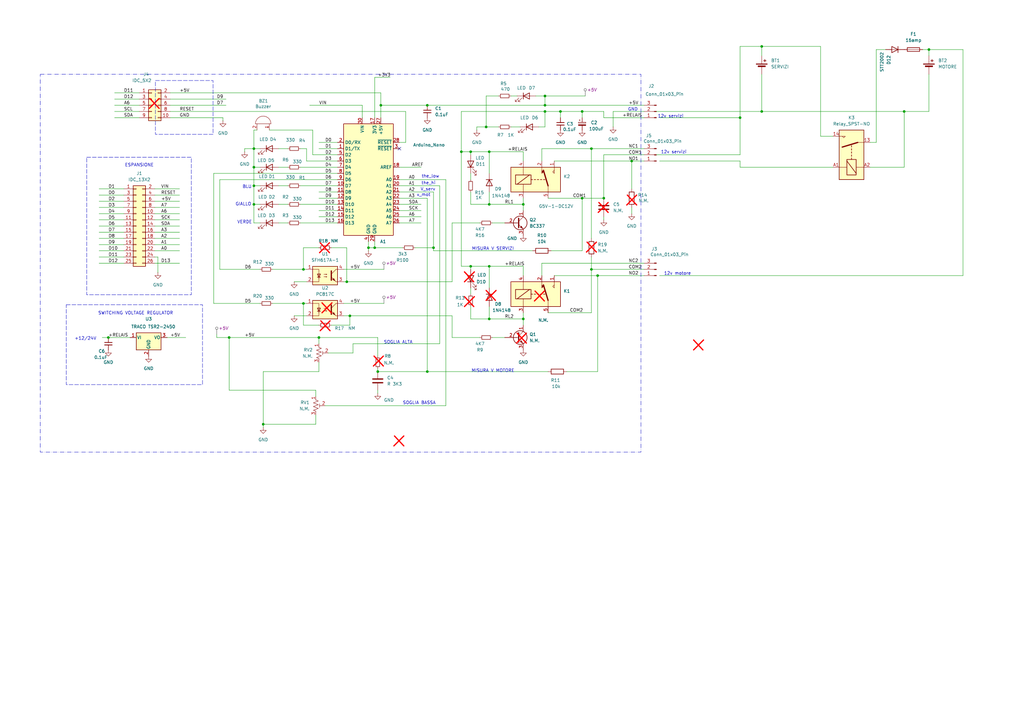
<source format=kicad_sch>
(kicad_sch (version 20250114) (generator "eeschema") (generator_version "9.0")
  (paper "A3")
  (title_block (title "Amperometro con soglia"))
  (rectangle (start 16.51 30.48) (end 262.89 185.42) (stroke (width 0) (type dash_dot)))
  (rectangle (start 35.56 64.516) (end 78.486 120.904) (stroke (width 0) (type dash)))
  (rectangle (start 63.754 33.02) (end 87.376 55.118) (stroke (width 0) (type dash)))
  (rectangle (start 27.178 124.968) (end 83.058 157.734) (stroke (width 0) (type dash)))
  (text "MISURA V SERVIZI" (at 202.184 102.108 0) (effects (font (size 1.27 1.27))))
  (text "v_mot" (at 173.736 80.01 0) (effects (font (size 1.27 1.27))))
  (text "VERDE" (at 100.33 91.186 0) (effects (font (size 1.27 1.27))))
  (text "GND" (at 259.588 44.958 0) (effects (font (size 1.27 1.27))))
  (text "V_serv\n" (at 175.514 77.724 0) (effects (font (size 1.27 1.27))))
  (text "GIALLO" (at 99.822 83.82 0) (effects (font (size 1.27 1.27))))
  (text "+12/24V\n" (at 35.052 138.938 0) (effects (font (size 1.27 1.27))))
  (text "SWITCHING VOLTAGE REGULATOR" (at 55.626 128.524 0) (effects (font (size 1.27 1.27))))
  (text "12v servizi\n" (at 276.352 62.484 0) (effects (font (size 1.27 1.27))))
  (text "the_hi" (at 175.768 75.184 0) (effects (font (size 1.27 1.27))))
  (text "BLU" (at 101.346 76.708 0) (effects (font (size 1.27 1.27))))
  (text "ESPANSIONE\n" (at 57.15 67.818 0) (effects (font (size 1.27 1.27))))
  (text "SOGLIA ALTA" (at 163.322 140.462 0) (effects (font (size 1.27 1.27))))
  (text "12v motore\n" (at 277.876 112.268 0) (effects (font (size 1.27 1.27))))
  (text "the_low" (at 176.53 72.39 0) (effects (font (size 1.27 1.27))))
  (text "SOGLIA BASSA" (at 171.958 165.354 0) (effects (font (size 1.27 1.27))))
  (text "12v servizi\n" (at 275.082 47.752 0) (effects (font (size 1.27 1.27))))
  (text "MISURA V MOTORE" (at 202.184 152.146 0) (effects (font (size 1.27 1.27))))
  (junction (at 104.14 83.82))
  (junction (at 104.14 68.58))
  (junction (at 193.04 109.22))
  (junction (at 312.42 19.05))
  (junction (at 44.45 138.43))
  (junction (at 223.52 43.18))
  (junction (at 242.57 110.49))
  (junction (at 189.23 62.23))
  (junction (at 175.26 43.18))
  (junction (at 107.95 173.99))
  (junction (at 156.21 43.18))
  (junction (at 177.8 101.6))
  (junction (at 142.24 115.57))
  (junction (at 151.13 101.6))
  (junction (at 259.08 66.04))
  (junction (at 104.14 60.96))
  (junction (at 238.76 81.28))
  (junction (at 124.46 124.46))
  (junction (at 200.66 109.22))
  (junction (at 223.52 45.72))
  (junction (at 214.63 130.81))
  (junction (at 153.67 101.6))
  (junction (at 199.39 52.07))
  (junction (at 193.04 62.23))
  (junction (at 381 20.32))
  (junction (at 247.65 81.28))
  (junction (at 154.94 152.4))
  (junction (at 93.98 138.43))
  (junction (at 242.57 60.96))
  (junction (at 130.81 138.43))
  (junction (at 175.26 152.4))
  (junction (at 370.84 45.72))
  (junction (at 214.63 83.82))
  (junction (at 200.66 130.81))
  (junction (at 245.11 113.03))
  (junction (at 238.76 45.72))
  (junction (at 104.14 76.2))
  (junction (at 143.51 129.54))
  (junction (at 229.87 45.72))
  (junction (at 124.46 110.49))
  (junction (at 223.52 39.37))
  (junction (at 200.66 83.82))
  (junction (at 200.66 62.23))
  (junction (at 303.53 48.26))
  (junction (at 312.42 45.72))
  (no_connect (at 163.83 60.96))
  (wire (pts (xy 69.85 40.64) (xy 92.71 40.64)))
  (wire (pts (xy 129.54 160.02) (xy 129.54 162.56)))
  (wire (pts (xy 193.04 130.81) (xy 193.04 125.73)))
  (wire (pts (xy 40.64 95.25) (xy 50.8 95.25)))
  (wire (pts (xy 40.64 102.87) (xy 50.8 102.87)))
  (wire (pts (xy 209.55 39.37) (xy 212.09 39.37)))
  (wire (pts (xy 193.04 62.23) (xy 200.66 62.23)))
  (wire (pts (xy 90.17 110.49) (xy 106.68 110.49)))
  (polyline (pts (xy 165.608 182.88) (xy 161.798 178.816)) (stroke (width 0.508) (color 255 0 0 1)))
  (wire (pts (xy 104.14 68.58) (xy 104.14 76.2)))
  (wire (pts (xy 153.67 48.26) (xy 153.67 31.75)))
  (wire (pts (xy 163.83 88.9) (xy 172.72 88.9)))
  (polyline (pts (xy 211.836 140.716) (xy 215.9 136.652)) (stroke (width 0.508) (color 255 0 0 1)))
  (wire (pts (xy 200.66 130.81) (xy 193.04 130.81)))
  (wire (pts (xy 200.66 118.11) (xy 200.66 109.22)))
  (wire (pts (xy 312.42 30.48) (xy 312.42 45.72)))
  (wire (pts (xy 200.66 125.73) (xy 200.66 130.81)))
  (wire (pts (xy 185.42 91.44) (xy 196.85 91.44)))
  (wire (pts (xy 87.63 71.12) (xy 87.63 124.46)))
  (wire (pts (xy 151.13 101.6) (xy 151.13 102.87)))
  (wire (pts (xy 153.67 31.75) (xy 160.02 31.75)))
  (wire (pts (xy 247.65 63.5) (xy 247.65 81.28)))
  (wire (pts (xy 44.45 138.43) (xy 53.34 138.43)))
  (polyline (pts (xy 61.214 44.45) (xy 65.278 40.386)) (stroke (width 0.508) (color 255 0 0 1)))
  (wire (pts (xy 104.14 76.2) (xy 104.14 83.82)))
  (wire (pts (xy 63.5 100.33) (xy 73.66 100.33)))
  (wire (pts (xy 223.52 43.18) (xy 175.26 43.18)))
  (wire (pts (xy 193.04 118.11) (xy 193.04 120.65)))
  (wire (pts (xy 88.9 138.43) (xy 93.98 138.43)))
  (wire (pts (xy 363.22 20.32) (xy 359.41 20.32)))
  (wire (pts (xy 214.63 109.22) (xy 214.63 113.03)))
  (wire (pts (xy 143.51 129.54) (xy 185.42 129.54)))
  (wire (pts (xy 209.55 52.07) (xy 213.36 52.07)))
  (wire (pts (xy 44.45 138.43) (xy 41.91 138.43)))
  (wire (pts (xy 153.67 101.6) (xy 151.13 101.6)))
  (wire (pts (xy 238.76 81.28) (xy 238.76 102.87)))
  (wire (pts (xy 130.81 138.43) (xy 130.81 140.97)))
  (wire (pts (xy 93.98 138.43) (xy 130.81 138.43)))
  (wire (pts (xy 219.71 39.37) (xy 223.52 39.37)))
  (wire (pts (xy 303.53 19.05) (xy 312.42 19.05)))
  (polyline (pts (xy 131.064 103.632) (xy 135.128 99.568)) (stroke (width 0.508) (color 255 0 0 1)))
  (wire (pts (xy 40.64 80.01) (xy 50.8 80.01)))
  (wire (pts (xy 133.35 166.37) (xy 182.88 166.37)))
  (wire (pts (xy 242.57 60.96) (xy 264.16 60.96)))
  (polyline (pts (xy 244.602 103.378) (xy 240.792 99.314)) (stroke (width 0.508) (color 255 0 0 1)))
  (wire (pts (xy 200.66 83.82) (xy 214.63 83.82)))
  (wire (pts (xy 134.62 144.78) (xy 144.78 144.78)))
  (wire (pts (xy 214.63 81.28) (xy 214.63 83.82)))
  (wire (pts (xy 359.41 58.42) (xy 356.87 58.42)))
  (wire (pts (xy 370.84 45.72) (xy 381 45.72)))
  (wire (pts (xy 46.99 38.1) (xy 57.15 38.1)))
  (wire (pts (xy 193.04 71.12) (xy 193.04 73.66)))
  (wire (pts (xy 242.57 110.49) (xy 242.57 105.41)))
  (wire (pts (xy 140.97 124.46) (xy 157.48 124.46)))
  (wire (pts (xy 130.81 138.43) (xy 154.94 138.43)))
  (wire (pts (xy 124.46 110.49) (xy 125.73 110.49)))
  (wire (pts (xy 107.95 173.99) (xy 129.54 173.99)))
  (wire (pts (xy 135.89 133.35) (xy 143.51 133.35)))
  (wire (pts (xy 128.27 63.5) (xy 138.43 63.5)))
  (wire (pts (xy 63.5 105.41) (xy 64.77 105.41)))
  (wire (pts (xy 87.63 71.12) (xy 138.43 71.12)))
  (wire (pts (xy 124.46 124.46) (xy 125.73 124.46)))
  (wire (pts (xy 200.66 109.22) (xy 214.63 109.22)))
  (wire (pts (xy 163.83 86.36) (xy 172.72 86.36)))
  (wire (pts (xy 201.93 91.44) (xy 207.01 91.44)))
  (wire (pts (xy 238.76 48.26) (xy 238.76 45.72)))
  (wire (pts (xy 63.5 87.63) (xy 73.66 87.63)))
  (wire (pts (xy 104.14 91.44) (xy 106.68 91.44)))
  (wire (pts (xy 242.57 128.27) (xy 224.79 128.27)))
  (wire (pts (xy 130.81 152.4) (xy 107.95 152.4)))
  (wire (pts (xy 172.72 83.82) (xy 163.83 83.82)))
  (wire (pts (xy 177.8 101.6) (xy 177.8 102.87)))
  (wire (pts (xy 226.06 102.87) (xy 238.76 102.87)))
  (polyline (pts (xy 199.39 123.19) (xy 203.454 119.126)) (stroke (width 0.508) (color 255 0 0 1)))
  (wire (pts (xy 40.64 100.33) (xy 50.8 100.33)))
  (wire (pts (xy 222.25 113.03) (xy 222.25 107.95)))
  (wire (pts (xy 104.14 83.82) (xy 106.68 83.82)))
  (wire (pts (xy 222.25 66.04) (xy 222.25 60.96)))
  (polyline (pts (xy 194.31 125.73) (xy 190.5 121.666)) (stroke (width 0.508) (color 255 0 0 1)))
  (wire (pts (xy 223.52 52.07) (xy 220.98 52.07)))
  (wire (pts (xy 170.18 101.6) (xy 177.8 101.6)))
  (polyline (pts (xy 131.318 135.636) (xy 135.382 131.572)) (stroke (width 0.508) (color 255 0 0 1)))
  (wire (pts (xy 200.66 78.74) (xy 200.66 83.82)))
  (wire (pts (xy 63.5 85.09) (xy 73.66 85.09)))
  (wire (pts (xy 163.83 81.28) (xy 175.26 81.28)))
  (wire (pts (xy 63.5 97.79) (xy 73.66 97.79)))
  (wire (pts (xy 336.55 55.88) (xy 336.55 19.05)))
  (wire (pts (xy 227.33 113.03) (xy 245.11 113.03)))
  (wire (pts (xy 93.98 160.02) (xy 93.98 138.43)))
  (wire (pts (xy 120.65 115.57) (xy 125.73 115.57)))
  (wire (pts (xy 144.78 140.97) (xy 144.78 144.78)))
  (wire (pts (xy 114.3 76.2) (xy 118.11 76.2)))
  (wire (pts (xy 180.34 140.97) (xy 144.78 140.97)))
  (polyline (pts (xy 135.89 128.27) (xy 132.08 124.206)) (stroke (width 0.508) (color 255 0 0 1)))
  (wire (pts (xy 227.33 66.04) (xy 259.08 66.04)))
  (polyline (pts (xy 190.5 125.73) (xy 194.564 121.666)) (stroke (width 0.508) (color 255 0 0 1)))
  (wire (pts (xy 175.26 81.28) (xy 175.26 152.4)))
  (wire (pts (xy 91.44 48.26) (xy 91.44 49.53)))
  (wire (pts (xy 182.88 73.66) (xy 182.88 166.37)))
  (wire (pts (xy 142.24 101.6) (xy 142.24 115.57)))
  (wire (pts (xy 130.81 58.42) (xy 138.43 58.42)))
  (wire (pts (xy 143.51 133.35) (xy 143.51 129.54)))
  (wire (pts (xy 381 22.86) (xy 381 20.32)))
  (wire (pts (xy 104.14 60.96) (xy 104.14 68.58)))
  (wire (pts (xy 104.14 83.82) (xy 104.14 91.44)))
  (polyline (pts (xy 219.202 123.444) (xy 223.266 119.38)) (stroke (width 0.508) (color 255 0 0 1)))
  (wire (pts (xy 270.51 66.04) (xy 303.53 66.04)))
  (wire (pts (xy 185.42 129.54) (xy 185.42 138.43)))
  (wire (pts (xy 63.5 102.87) (xy 73.66 102.87)))
  (wire (pts (xy 69.85 43.18) (xy 92.71 43.18)))
  (wire (pts (xy 154.94 152.4) (xy 175.26 152.4)))
  (wire (pts (xy 214.63 130.81) (xy 214.63 133.35)))
  (wire (pts (xy 107.95 175.26) (xy 107.95 173.99)))
  (wire (pts (xy 185.42 138.43) (xy 196.85 138.43)))
  (wire (pts (xy 242.57 110.49) (xy 242.57 128.27)))
  (wire (pts (xy 270.51 48.26) (xy 303.53 48.26)))
  (polyline (pts (xy 249.428 87.122) (xy 245.618 83.058)) (stroke (width 0.508) (color 255 0 0 1)))
  (wire (pts (xy 120.65 129.54) (xy 125.73 129.54)))
  (wire (pts (xy 107.95 152.4) (xy 107.95 173.99)))
  (wire (pts (xy 64.77 105.41) (xy 64.77 111.76)))
  (wire (pts (xy 128.27 53.34) (xy 110.49 53.34)))
  (wire (pts (xy 143.51 129.54) (xy 140.97 129.54)))
  (polyline (pts (xy 284.48 143.51) (xy 288.544 139.446)) (stroke (width 0.508) (color 255 0 0 1)))
  (wire (pts (xy 111.76 124.46) (xy 124.46 124.46)))
  (wire (pts (xy 245.11 113.03) (xy 264.16 113.03)))
  (wire (pts (xy 127 43.18) (xy 148.59 43.18)))
  (wire (pts (xy 114.3 91.44) (xy 118.11 91.44)))
  (wire (pts (xy 370.84 68.58) (xy 370.84 45.72)))
  (wire (pts (xy 264.16 66.04) (xy 259.08 66.04)))
  (wire (pts (xy 154.94 151.13) (xy 154.94 152.4)))
  (wire (pts (xy 264.16 63.5) (xy 247.65 63.5)))
  (wire (pts (xy 264.16 45.72) (xy 251.46 45.72)))
  (wire (pts (xy 185.42 91.44) (xy 185.42 115.57)))
  (wire (pts (xy 46.99 43.18) (xy 57.15 43.18)))
  (wire (pts (xy 63.5 95.25) (xy 73.66 95.25)))
  (wire (pts (xy 156.21 43.18) (xy 156.21 38.1)))
  (wire (pts (xy 394.97 20.32) (xy 394.97 113.03)))
  (wire (pts (xy 154.94 160.02) (xy 154.94 161.29)))
  (polyline (pts (xy 245.364 87.122) (xy 249.428 83.058)) (stroke (width 0.508) (color 255 0 0 1)))
  (wire (pts (xy 90.17 73.66) (xy 138.43 73.66)))
  (wire (pts (xy 312.42 19.05) (xy 312.42 22.86)))
  (wire (pts (xy 63.5 80.01) (xy 73.66 80.01)))
  (wire (pts (xy 163.83 91.44) (xy 172.72 91.44)))
  (wire (pts (xy 123.19 76.2) (xy 138.43 76.2)))
  (wire (pts (xy 166.37 45.72) (xy 166.37 58.42)))
  (wire (pts (xy 177.8 78.74) (xy 163.83 78.74)))
  (wire (pts (xy 214.63 62.23) (xy 214.63 66.04)))
  (wire (pts (xy 312.42 45.72) (xy 370.84 45.72)))
  (wire (pts (xy 224.79 81.28) (xy 238.76 81.28)))
  (wire (pts (xy 40.64 107.95) (xy 50.8 107.95)))
  (wire (pts (xy 46.99 48.26) (xy 57.15 48.26)))
  (wire (pts (xy 270.51 113.03) (xy 394.97 113.03)))
  (wire (pts (xy 104.14 53.34) (xy 104.14 60.96)))
  (wire (pts (xy 104.14 76.2) (xy 106.68 76.2)))
  (wire (pts (xy 269.24 63.5) (xy 303.53 63.5)))
  (wire (pts (xy 341.63 55.88) (xy 336.55 55.88)))
  (wire (pts (xy 251.46 45.72) (xy 251.46 52.07)))
  (wire (pts (xy 124.46 133.35) (xy 124.46 124.46)))
  (wire (pts (xy 130.81 88.9) (xy 138.43 88.9)))
  (wire (pts (xy 303.53 68.58) (xy 303.53 66.04)))
  (wire (pts (xy 222.25 107.95) (xy 264.16 107.95)))
  (wire (pts (xy 148.59 43.18) (xy 148.59 48.26)))
  (wire (pts (xy 189.23 45.72) (xy 189.23 62.23)))
  (wire (pts (xy 100.33 60.96) (xy 100.33 62.23)))
  (wire (pts (xy 46.99 45.72) (xy 57.15 45.72)))
  (wire (pts (xy 40.64 85.09) (xy 50.8 85.09)))
  (wire (pts (xy 259.08 66.04) (xy 259.08 77.47)))
  (polyline (pts (xy 257.048 84.074) (xy 261.112 80.01)) (stroke (width 0.508) (color 255 0 0 1)))
  (polyline (pts (xy 161.544 182.88) (xy 165.608 178.816)) (stroke (width 0.508) (color 255 0 0 1)))
  (wire (pts (xy 129.54 173.99) (xy 129.54 170.18)))
  (wire (pts (xy 123.19 68.58) (xy 138.43 68.58)))
  (wire (pts (xy 199.39 39.37) (xy 204.47 39.37)))
  (wire (pts (xy 195.58 52.07) (xy 199.39 52.07)))
  (wire (pts (xy 130.81 81.28) (xy 138.43 81.28)))
  (wire (pts (xy 124.46 101.6) (xy 124.46 110.49)))
  (wire (pts (xy 40.64 82.55) (xy 50.8 82.55)))
  (wire (pts (xy 303.53 63.5) (xy 303.53 48.26)))
  (wire (pts (xy 129.54 160.02) (xy 93.98 160.02)))
  (wire (pts (xy 189.23 62.23) (xy 193.04 62.23)))
  (wire (pts (xy 154.94 138.43) (xy 154.94 146.05)))
  (wire (pts (xy 336.55 19.05) (xy 312.42 19.05)))
  (wire (pts (xy 223.52 45.72) (xy 189.23 45.72)))
  (wire (pts (xy 111.76 110.49) (xy 124.46 110.49)))
  (wire (pts (xy 40.64 87.63) (xy 50.8 87.63)))
  (wire (pts (xy 259.08 87.63) (xy 259.08 85.09)))
  (wire (pts (xy 269.24 45.72) (xy 312.42 45.72)))
  (wire (pts (xy 199.39 52.07) (xy 199.39 39.37)))
  (wire (pts (xy 238.76 81.28) (xy 247.65 81.28)))
  (polyline (pts (xy 203.2 123.19) (xy 199.39 119.126)) (stroke (width 0.508) (color 255 0 0 1)))
  (wire (pts (xy 214.63 128.27) (xy 214.63 130.81)))
  (wire (pts (xy 223.52 39.37) (xy 223.52 43.18)))
  (wire (pts (xy 114.3 68.58) (xy 118.11 68.58)))
  (wire (pts (xy 151.13 99.06) (xy 151.13 101.6)))
  (wire (pts (xy 238.76 45.72) (xy 229.87 45.72)))
  (wire (pts (xy 180.34 76.2) (xy 180.34 140.97)))
  (wire (pts (xy 242.57 60.96) (xy 242.57 97.79)))
  (wire (pts (xy 153.67 101.6) (xy 165.1 101.6)))
  (wire (pts (xy 199.39 52.07) (xy 204.47 52.07)))
  (wire (pts (xy 156.21 43.18) (xy 156.21 48.26)))
  (wire (pts (xy 163.83 73.66) (xy 182.88 73.66)))
  (wire (pts (xy 69.85 48.26) (xy 91.44 48.26)))
  (wire (pts (xy 63.5 90.17) (xy 73.66 90.17)))
  (wire (pts (xy 106.68 68.58) (xy 104.14 68.58)))
  (wire (pts (xy 378.46 20.32) (xy 381 20.32)))
  (wire (pts (xy 130.81 148.59) (xy 130.81 152.4)))
  (wire (pts (xy 40.64 77.47) (xy 50.8 77.47)))
  (wire (pts (xy 142.24 115.57) (xy 140.97 115.57)))
  (wire (pts (xy 125.73 66.04) (xy 138.43 66.04)))
  (wire (pts (xy 229.87 48.26) (xy 229.87 45.72)))
  (wire (pts (xy 130.81 78.74) (xy 138.43 78.74)))
  (wire (pts (xy 40.64 97.79) (xy 50.8 97.79)))
  (polyline (pts (xy 194.31 115.57) (xy 190.5 111.506)) (stroke (width 0.508) (color 255 0 0 1)))
  (wire (pts (xy 303.53 68.58) (xy 341.63 68.58)))
  (wire (pts (xy 104.14 60.96) (xy 100.33 60.96)))
  (polyline (pts (xy 65.278 44.45) (xy 61.468 40.386)) (stroke (width 0.508) (color 255 0 0 1)))
  (wire (pts (xy 193.04 109.22) (xy 193.04 110.49)))
  (wire (pts (xy 381 20.32) (xy 394.97 20.32)))
  (wire (pts (xy 123.19 60.96) (xy 125.73 60.96)))
  (wire (pts (xy 245.11 113.03) (xy 245.11 152.4)))
  (wire (pts (xy 200.66 83.82) (xy 193.04 83.82)))
  (wire (pts (xy 46.99 40.64) (xy 57.15 40.64)))
  (wire (pts (xy 40.64 90.17) (xy 50.8 90.17)))
  (wire (pts (xy 140.97 110.49) (xy 157.48 110.49)))
  (wire (pts (xy 114.3 60.96) (xy 118.11 60.96)))
  (wire (pts (xy 200.66 130.81) (xy 214.63 130.81)))
  (wire (pts (xy 125.73 66.04) (xy 125.73 60.96)))
  (wire (pts (xy 63.5 82.55) (xy 73.66 82.55)))
  (wire (pts (xy 153.67 99.06) (xy 153.67 101.6)))
  (polyline (pts (xy 288.29 143.51) (xy 284.48 139.446)) (stroke (width 0.508) (color 255 0 0 1)))
  (wire (pts (xy 223.52 45.72) (xy 223.52 52.07)))
  (wire (pts (xy 247.65 48.26) (xy 264.16 48.26)))
  (wire (pts (xy 200.66 62.23) (xy 214.63 62.23)))
  (polyline (pts (xy 135.382 135.636) (xy 131.572 131.572)) (stroke (width 0.508) (color 255 0 0 1)))
  (wire (pts (xy 104.14 53.34) (xy 105.41 53.34)))
  (polyline (pts (xy 135.128 103.632) (xy 131.318 99.568)) (stroke (width 0.508) (color 255 0 0 1)))
  (wire (pts (xy 69.85 45.72) (xy 166.37 45.72)))
  (wire (pts (xy 381 30.48) (xy 381 45.72)))
  (wire (pts (xy 104.14 60.96) (xy 106.68 60.96)))
  (wire (pts (xy 222.25 60.96) (xy 242.57 60.96)))
  (wire (pts (xy 193.04 109.22) (xy 200.66 109.22)))
  (polyline (pts (xy 190.5 115.57) (xy 194.564 111.506)) (stroke (width 0.508) (color 255 0 0 1)))
  (polyline (pts (xy 132.08 128.27) (xy 136.144 124.206)) (stroke (width 0.508) (color 255 0 0 1)))
  (wire (pts (xy 189.23 109.22) (xy 193.04 109.22)))
  (wire (pts (xy 40.64 92.71) (xy 50.8 92.71)))
  (wire (pts (xy 229.87 45.72) (xy 223.52 45.72)))
  (wire (pts (xy 232.41 152.4) (xy 245.11 152.4)))
  (wire (pts (xy 218.44 102.87) (xy 177.8 102.87)))
  (wire (pts (xy 201.93 138.43) (xy 207.01 138.43)))
  (wire (pts (xy 185.42 115.57) (xy 142.24 115.57)))
  (polyline (pts (xy 157.226 150.114) (xy 153.416 146.05)) (stroke (width 0.508) (color 255 0 0 1)))
  (wire (pts (xy 135.89 101.6) (xy 142.24 101.6)))
  (wire (pts (xy 163.83 76.2) (xy 180.34 76.2)))
  (wire (pts (xy 214.63 83.82) (xy 214.63 86.36)))
  (wire (pts (xy 195.58 52.07) (xy 195.58 53.34)))
  (wire (pts (xy 175.26 152.4) (xy 224.79 152.4)))
  (wire (pts (xy 90.17 110.49) (xy 90.17 73.66)))
  (polyline (pts (xy 261.112 84.074) (xy 257.302 80.01)) (stroke (width 0.508) (color 255 0 0 1)))
  (wire (pts (xy 356.87 68.58) (xy 370.84 68.58)))
  (wire (pts (xy 128.27 63.5) (xy 128.27 53.34)))
  (wire (pts (xy 40.64 105.41) (xy 50.8 105.41)))
  (wire (pts (xy 130.81 86.36) (xy 138.43 86.36)))
  (wire (pts (xy 166.37 58.42) (xy 163.83 58.42)))
  (polyline (pts (xy 153.162 150.114) (xy 157.226 146.05)) (stroke (width 0.508) (color 255 0 0 1)))
  (wire (pts (xy 247.65 88.9) (xy 247.65 90.17)))
  (wire (pts (xy 189.23 62.23) (xy 189.23 109.22)))
  (wire (pts (xy 193.04 62.23) (xy 193.04 63.5)))
  (wire (pts (xy 88.9 137.16) (xy 88.9 138.43)))
  (wire (pts (xy 63.5 107.95) (xy 73.66 107.95)))
  (wire (pts (xy 123.19 91.44) (xy 138.43 91.44)))
  (wire (pts (xy 242.57 110.49) (xy 264.16 110.49)))
  (wire (pts (xy 123.19 83.82) (xy 138.43 83.82)))
  (wire (pts (xy 175.26 43.18) (xy 156.21 43.18)))
  (wire (pts (xy 63.5 77.47) (xy 73.66 77.47)))
  (polyline (pts (xy 215.9 140.716) (xy 212.09 136.652)) (stroke (width 0.508) (color 255 0 0 1)))
  (polyline (pts (xy 240.538 103.378) (xy 244.602 99.314)) (stroke (width 0.508) (color 255 0 0 1)))
  (wire (pts (xy 223.52 39.37) (xy 240.03 39.37)))
  (wire (pts (xy 303.53 48.26) (xy 303.53 19.05)))
  (wire (pts (xy 63.5 92.71) (xy 73.66 92.71)))
  (wire (pts (xy 114.3 83.82) (xy 118.11 83.82)))
  (wire (pts (xy 247.65 45.72) (xy 238.76 45.72)))
  (polyline (pts (xy 223.266 123.444) (xy 219.456 119.38)) (stroke (width 0.508) (color 255 0 0 1)))
  (wire (pts (xy 163.83 68.58) (xy 172.72 68.58)))
  (wire (pts (xy 177.8 78.74) (xy 177.8 101.6)))
  (wire (pts (xy 130.81 60.96) (xy 138.43 60.96)))
  (wire (pts (xy 130.81 101.6) (xy 124.46 101.6)))
  (wire (pts (xy 193.04 83.82) (xy 193.04 78.74)))
  (wire (pts (xy 359.41 20.32) (xy 359.41 58.42)))
  (wire (pts (xy 69.85 38.1) (xy 156.21 38.1)))
  (wire (pts (xy 106.68 124.46) (xy 87.63 124.46)))
  (wire (pts (xy 68.58 138.43) (xy 76.2 138.43)))
  (wire (pts (xy 200.66 71.12) (xy 200.66 62.23)))
  (wire (pts (xy 247.65 48.26) (xy 247.65 45.72)))
  (wire (pts (xy 130.81 133.35) (xy 124.46 133.35)))
  (wire (pts (xy 223.52 43.18) (xy 264.16 43.18)))
  (label "A6" (at 167.64 88.9 0))
  (label "D11" (at 50.8 38.1 0))
  (label "+5V" (at 143.51 124.46 0))
  (label "D12" (at 44.45 107.95 0))
  (label "A6" (at 66.04 87.63 0))
  (label "D13" (at 66.04 107.95 0))
  (label "SCL" (at 50.8 45.72 0))
  (label "D5" (at 133.35 71.12 0))
  (label "GND" (at 73.66 48.26 0))
  (label "+5V" (at 66.04 82.55 0))
  (label "VIN" (at 66.04 77.47 0))
  (label "SCK" (at 167.64 86.36 0))
  (label "A0" (at 66.04 102.87 0))
  (label "D7" (at 133.35 76.2 0))
  (label "A1" (at 167.64 76.2 0))
  (label "D4" (at 44.45 87.63 0))
  (label "D4" (at 133.35 68.58 0))
  (label "+RELAIS" (at 255.27 48.26 0))
  (label "COM2" (at 257.81 110.49 0))
  (label "+RELAIS" (at 208.28 62.23 0))
  (label "D9" (at 44.45 100.33 0))
  (label "SDA" (at 66.04 92.71 0))
  (label "AREF" (at 168.91 68.58 0))
  (label "D6" (at 100.3738 110.49 0))
  (label "+RELAIS" (at 207.01 109.22 0))
  (label "D11" (at 44.45 105.41 0))
  (label "D1" (at 44.45 77.47 0))
  (label "+5V" (at 100.33 138.43 0))
  (label "D5" (at 100.33 124.46 0))
  (label "VIN" (at 130.81 43.18 0))
  (label "A2" (at 167.64 78.74 0))
  (label "SDA" (at 167.64 83.82 0))
  (label "D5" (at 44.45 90.17 0))
  (label "D11" (at 133.35 86.36 0))
  (label "NC1" (at 257.81 60.96 0))
  (label "D0" (at 133.35 58.42 0))
  (label "D9" (at 133.35 81.28 0))
  (label "RESET" (at 73.66 45.72 0))
  (label "SCK" (at 66.04 90.17 0))
  (label "COM2" (at 233.68 128.27 0))
  (label "D3" (at 44.45 85.09 0))
  (label "RL1" (at 207.01 83.82 0))
  (label "A1" (at 66.04 100.33 0))
  (label "D12" (at 133.35 88.9 0))
  (label "D8" (at 44.45 97.79 0))
  (label "NC2" (at 257.81 107.95 0))
  (label "RESET" (at 66.04 80.01 0))
  (label "A2" (at 66.04 97.79 0))
  (label "A6" (at 50.8 43.18 0))
  (label "D7" (at 44.45 95.25 0))
  (label "D2" (at 44.45 82.55 0))
  (label "D6" (at 44.45 92.71 0))
  (label "COM1" (at 234.95 81.28 0))
  (label "D13" (at 133.35 91.44 0))
  (label "+5V" (at 257.81 43.18 0))
  (label "RL2" (at 207.01 130.81 0))
  (label "D12" (at 50.8 40.64 0))
  (label "D1" (at 133.35 60.96 0))
  (label "D6" (at 133.3537 73.66 0))
  (label "A3" (at 66.04 95.25 0))
  (label "NO1" (at 257.81 66.04 0))
  (label "+3V3" (at 154.94 31.75 0))
  (label "A7" (at 167.64 91.44 0))
  (label "D3" (at 133.35 66.04 0))
  (label "+5V" (at 143.51 110.49 0))
  (label "D10" (at 44.45 102.87 0))
  (label "D0" (at 44.45 80.01 0))
  (label "D8" (at 133.35 78.74 0))
  (label "D10" (at 133.35 83.82 0))
  (label "A0" (at 167.64 73.66 0))
  (label "D7" (at 88.9 43.18 0))
  (label "+5V" (at 69.85 138.43 0))
  (label "+RELAIS" (at 44.45 138.43 0))
  (label "+5V" (at 73.66 38.1 0))
  (label "A7" (at 66.04 85.09 0))
  (label "SDA" (at 50.8 48.26 0))
  (label "NO2" (at 257.81 113.03 0))
  (label "D9" (at 88.9 40.64 0))
  (label "D2" (at 133.35 63.5 0))
  (label "A3" (at 167.64 81.28 0))
  (label "COM1" (at 257.81 63.5 0))
  (netclass_flag "" (length 2.54) (shape round) (at 240.03 39.37 0) (property "Netclass" "+5V" (at 240.7285 36.83 0) (effects (font (italic yes)) (justify left))))
  (netclass_flag "" (length 2.54) (shape round) (at 88.9 137.16 0) (property "Netclass" "+5V" (at 89.5985 134.62 0) (effects (font (italic yes)) (justify left))))
  (netclass_flag "" (length 2.54) (shape round) (at 157.48 124.46 0) (property "Netclass" "+5V" (at 158.1785 121.92 0) (effects (font (italic yes)) (justify left))))
  (netclass_flag "" (length 2.54) (shape round) (at 157.48 110.49 0) (property "Netclass" "+5V" (at 158.1785 107.95 0) (effects (font (italic yes)) (justify left))))
  (symbol (lib_id "Device:R_Small") (at 133.35 133.35 270) (unit 1)
    (property "Reference" "R17" (at 139.192 134.62 90))
    (property "Value" "NM" (at 144.272 134.62 90))
    (property "Footprint" "Resistor_THT:R_Axial_DIN0204_L3.6mm_D1.6mm_P2.54mm_Vertical" (effects (hide yes)))
  )
  (symbol (lib_id "Device:LED") (at 110.49 68.58 0) (unit 1)
    (property "Reference" "D5" (at 111.252 65.786 0))
    (property "Value" "LED" (at 107.442 65.786 0))
    (property "Footprint" "LED_THT:LED_D3.0mm" (effects (hide yes)))
    (property "Description" "Light emitting diode" (effects (hide yes)))
  )
  (symbol (lib_id "Transistor_BJT:BC337") (at 212.09 138.43 0) (unit 1)
    (property "Reference" "Q1" (at 217.17 137.1599 0) (effects (justify left)))
    (property "Value" "N.M." (at 217.17 139.6999 0) (effects (justify left)))
    (property "Footprint" "Package_TO_SOT_THT:TO-92_HandSolder" (effects (hide yes)))
    (property "Datasheet" "https://diotec.com/tl_files/diotec/files/pdf/datasheets/bc337.pdf" (effects (hide yes)))
    (property "Description" "0.8A Ic, 45V Vce, NPN Transistor, TO-92" (effects (hide yes)))
  )
  (symbol (lib_id "power:GND") (at 195.58 53.34 0) (unit 1)
    (property "Reference" "#PWR011" (effects (hide yes)))
    (property "Value" "GND" (at 195.58 58.42 0))
    (property "Description" "Power symbol creates a global label with name \"GND\" , ground" (effects (hide yes)))
  )
  (symbol (lib_id "Connector_Generic:Conn_02x05_Odd_Even") (at 62.23 43.18 0) (unit 1)
    (property "Reference" "J4" (at 59.944 30.48 0))
    (property "Value" "IDC_5X2" (at 58.166 33.02 0))
    (property "Footprint" "Connector_IDC:IDC-Header_2x05_P2.54mm_Vertical" (effects (hide yes)))
    (property "Description" "Generic connector, double row, 02x05, odd/even pin numbering scheme (row 1 odd numbers, row 2 even numbers), script generated (kicad-library-utils/schlib/autogen/connector/)" (effects (hide yes)))
  )
  (symbol (lib_id "Device:LED") (at 217.17 52.07 0) (unit 1)
    (property "Reference" "D6" (at 219.456 48.26 0))
    (property "Value" "LED" (at 215.138 48.26 0))
    (property "Footprint" "LED_THT:LED_D3.0mm" (effects (hide yes)))
    (property "Description" "Light emitting diode" (effects (hide yes)))
  )
  (symbol (lib_id "Relay:Y14x-1C-xxDS") (at 219.71 120.65 0) (unit 1)
    (property "Reference" "K1" (at 231.14 119.3799 0) (effects (justify left)))
    (property "Value" "N.M." (at 220.726 131.318 0) (effects (justify left)))
    (property "Footprint" "Relay_THT:Relay_SPDT_HsinDa_Y14" (effects (hide yes)))
    (property "Datasheet" "http://www.hsinda.com.tw/upload/file/Y14-20200430135145.pdf" (effects (hide yes)))
    (property "Description" "Hsin Da Y14-series relay, Single Pole Dual Throw" (effects (hide yes)))
  )
  (symbol (lib_id "Device:C") (at 247.65 85.09 0) (unit 1)
    (property "Reference" "C5" (at 251.46 83.8199 0) (effects (justify left)))
    (property "Value" "N.M." (at 251.46 86.3599 0) (effects (justify left)))
    (property "Footprint" "Capacitor_THT:C_Disc_D4.3mm_W1.9mm_P5.00mm" (effects (hide yes)))
    (property "Description" "Unpolarized capacitor" (effects (hide yes)))
  )
  (symbol (lib_id "power:GND") (at 44.45 143.51 0) (unit 1)
    (property "Reference" "#PWR018" (effects (hide yes)))
    (property "Value" "GND" (at 44.45 148.59 0))
    (property "Description" "Power symbol creates a global label with name \"GND\" , ground" (effects (hide yes)))
  )
  (symbol (lib_id "Device:Battery_Cell") (at 381 27.94 0) (unit 1)
    (property "Reference" "BT2" (at 384.81 24.8284 0) (effects (justify left)))
    (property "Value" "MOTORE" (at 384.81 27.3684 0) (effects (justify left)))
    (property "Description" "Single-cell battery" (effects (hide yes)))
  )
  (symbol (lib_id "power:GND") (at 120.65 115.57 0) (unit 1)
    (property "Reference" "#PWR03" (effects (hide yes)))
    (property "Value" "GND" (at 120.65 120.65 0))
    (property "Description" "Power symbol creates a global label with name \"GND\" , ground" (effects (hide yes)))
  )
  (symbol (lib_id "Device:R_Small") (at 120.65 91.44 270) (unit 1)
    (property "Reference" "R3" (at 117.094 88.392 90))
    (property "Value" "330" (at 121.92 89.154 90))
    (property "Footprint" "Resistor_THT:R_Axial_DIN0204_L3.6mm_D1.6mm_P2.54mm_Vertical" (effects (hide yes)))
  )
  (symbol (lib_id "Device:R") (at 222.25 102.87 270) (unit 1)
    (property "Reference" "R10" (at 222.25 96.52 90))
    (property "Value" "10k" (at 222.25 99.06 90))
    (property "Footprint" "Resistor_THT:R_Axial_DIN0204_L3.6mm_D1.6mm_P2.54mm_Vertical" (effects (hide yes)))
    (property "Description" "Resistor" (effects (hide yes)))
  )
  (symbol (lib_id "power:GND") (at 214.63 143.51 0) (unit 1)
    (property "Reference" "#PWR08" (effects (hide yes)))
    (property "Value" "GND" (at 214.63 148.59 0))
    (property "Description" "Power symbol creates a global label with name \"GND\" , ground" (effects (hide yes)))
  )
  (symbol (lib_id "Device:LED") (at 110.49 91.44 0) (unit 1)
    (property "Reference" "D3" (at 111.506 88.392 0))
    (property "Value" "LED" (at 107.442 88.392 0))
    (property "Footprint" "LED_THT:LED_D3.0mm" (effects (hide yes)))
    (property "Description" "Light emitting diode" (effects (hide yes)))
  )
  (symbol (lib_id "power:GND") (at 107.95 175.26 0) (unit 1)
    (property "Reference" "#PWR012" (effects (hide yes)))
    (property "Value" "GND" (at 107.95 180.34 0))
    (property "Description" "Power symbol creates a global label with name \"GND\" , ground" (effects (hide yes)))
  )
  (symbol (lib_id "Device:R_Small") (at 154.94 148.59 180) (unit 1)
    (property "Reference" "R8" (at 159.004 146.05 0))
    (property "Value" "N.M." (at 159.512 148.844 0))
    (property "Footprint" "Resistor_THT:R_Axial_DIN0204_L3.6mm_D1.6mm_P2.54mm_Vertical" (effects (hide yes)))
  )
  (symbol (lib_id "Device:R_Small") (at 109.22 110.49 270) (unit 1)
    (property "Reference" "R12" (at 105.664 107.442 90))
    (property "Value" "330" (at 110.49 108.204 90))
    (property "Footprint" "Resistor_THT:R_Axial_DIN0204_L3.6mm_D1.6mm_P2.54mm_Vertical" (effects (hide yes)))
  )
  (symbol (lib_id "Device:Battery_Cell") (at 312.42 27.94 0) (unit 1)
    (property "Reference" "BT1" (at 316.23 24.8284 0) (effects (justify left)))
    (property "Value" "SERVIZI" (at 316.23 27.3684 0) (effects (justify left)))
    (property "Description" "Single-cell battery" (effects (hide yes)))
  )
  (symbol (lib_id "Diode:1N4148") (at 367.03 20.32 180) (unit 1)
    (property "Reference" "D12" (at 364.49 22.606 90) (effects (justify left)))
    (property "Value" "STT2002" (at 361.696 21.336 90) (effects (justify left)))
    (property "Footprint" "Diode_THT:D_DO-41_SOD81_P2.54mm_Vertical_AnodeUp" (effects (hide yes)))
    (property "Datasheet" "https://assets.nexperia.com/documents/data-sheet/1N4148_1N4448.pdf" (effects (hide yes)))
    (property "Description" "100V 0.15A standard switching diode, DO-35" (effects (hide yes)))
    (property "Sim.Device" "D" (effects (hide yes)))
    (property "Sim.Pins" "1=K 2=A" (effects (hide yes)))
  )
  (symbol (lib_id "Transistor_BJT:BC337") (at 212.09 91.44 0) (unit 1)
    (property "Reference" "Q2" (at 217.17 90.1699 0) (effects (justify left)))
    (property "Value" "BC337" (at 217.17 92.7099 0) (effects (justify left)))
    (property "Footprint" "Package_TO_SOT_THT:TO-92_HandSolder" (effects (hide yes)))
    (property "Datasheet" "https://diotec.com/tl_files/diotec/files/pdf/datasheets/bc337.pdf" (effects (hide yes)))
    (property "Description" "0.8A Ic, 45V Vce, NPN Transistor, TO-92" (effects (hide yes)))
  )
  (symbol (lib_id "Device:R_Small") (at 109.22 124.46 270) (unit 1)
    (property "Reference" "R20" (at 105.664 121.412 90))
    (property "Value" "330" (at 110.49 122.174 90))
    (property "Footprint" "Resistor_THT:R_Axial_DIN0204_L3.6mm_D1.6mm_P2.54mm_Vertical" (effects (hide yes)))
  )
  (symbol (lib_id "power:GND") (at 259.08 87.63 0) (unit 1)
    (property "Reference" "#PWR013" (effects (hide yes)))
    (property "Value" "GND" (at 259.08 92.71 0))
    (property "Description" "Power symbol creates a global label with name \"GND\" , ground" (effects (hide yes)))
  )
  (symbol (lib_id "MCU_Module:Arduino_Nano_v3.x") (at 151.13 73.66 0) (unit 1)
    (property "Reference" "A1" (at 155.8641 99.06 0) (effects (justify left)))
    (property "Value" "Arduino_Nano" (at 169.418 59.436 0) (effects (justify left)))
    (property "Footprint" "Module:Arduino_Nano" (effects (hide yes)))
    (property "Datasheet" "http://www.mouser.com/pdfdocs/Gravitech_Arduino_Nano3_0.pdf" (effects (hide yes)))
    (property "Description" "Arduino Nano v3.x" (effects (hide yes)))
  )
  (symbol (lib_id "Device:R") (at 242.57 101.6 180) (unit 1)
    (property "Reference" "R19" (at 245.11 100.3299 0) (effects (justify right)))
    (property "Value" "N.M." (at 245.11 102.8699 0) (effects (justify right)))
    (property "Footprint" "Resistor_THT:R_Axial_DIN0204_L3.6mm_D1.6mm_P2.54mm_Vertical" (effects (hide yes)))
    (property "Description" "Resistor" (effects (hide yes)))
  )
  (symbol (lib_id "Device:C_Small") (at 44.45 140.97 0) (unit 1)
    (property "Reference" "C6" (at 40.386 144.018 0) (effects (justify left)))
    (property "Value" "0.1uF" (at 38.608 146.558 0) (effects (justify left)))
    (property "Footprint" "Capacitor_THT:C_Disc_D4.3mm_W1.9mm_P5.00mm" (effects (hide yes)))
  )
  (symbol (lib_id "Device:LED") (at 110.49 60.96 0) (unit 1)
    (property "Reference" "D4" (at 112.014 57.15 0))
    (property "Value" "LED" (at 108.204 57.15 0))
    (property "Footprint" "LED_THT:LED_D3.0mm" (effects (hide yes)))
    (property "Description" "Light emitting diode" (effects (hide yes)))
  )
  (symbol (lib_id "Device:Buzzer") (at 107.95 50.8 270) (mirror x) (unit 1)
    (property "Reference" "BZ1" (at 109.982 41.402 90) (effects (justify right)))
    (property "Value" "Buzzer" (at 111.252 43.688 90) (effects (justify right)))
    (property "Footprint" "Buzzer_Beeper:Buzzer_15x7.5RM7.6" (effects (hide yes)))
    (property "Description" "Buzzer, polarized" (effects (hide yes)))
  )
  (symbol (lib_id "Device:R_Potentiometer_Trim_US") (at 130.81 144.78 0) (unit 1)
    (property "Reference" "RV2" (at 128.27 143.5099 0) (effects (justify right)))
    (property "Value" "N.M." (at 128.27 146.0499 0) (effects (justify right)))
    (property "Footprint" "Potentiometer_THT:Potentiometer_Bourns_3296W_Vertical" (effects (hide yes)))
    (property "Description" "Trim-potentiometer, US symbol" (effects (hide yes)))
  )
  (symbol (lib_id "Device:R_Small") (at 133.35 101.6 270) (unit 1)
    (property "Reference" "R18" (at 132.588 98.806 90))
    (property "Value" "NM" (at 137.16 98.806 90))
    (property "Footprint" "Resistor_THT:R_Axial_DIN0204_L3.6mm_D1.6mm_P2.54mm_Vertical" (effects (hide yes)))
  )
  (symbol (lib_id "Relay:Relay_SPST-NO") (at 349.25 63.5 90) (unit 1)
    (property "Reference" "K3" (at 349.25 48.26 90))
    (property "Value" "Relay_SPST-NO" (at 349.25 50.8 90))
    (property "Description" "Relay SPST, normally open, EN50005" (effects (hide yes)))
  )
  (symbol (lib_id "Connector:Conn_01x03_Pin") (at 269.24 110.49 180) (unit 1)
    (property "Reference" "J3" (at 267.208 102.108 0) (effects (justify right)))
    (property "Value" "Conn_01x03_Pin" (at 266.7 104.394 0) (effects (justify right)))
    (property "Footprint" "Connector_Wago:Wago_734-133_1x03_P3.50mm_Vertical" (effects (hide yes)))
    (property "Description" "Generic connector, single row, 01x03, script generated" (effects (hide yes)))
  )
  (symbol (lib_id "Regulator_Linear:LM7805_TO220") (at 60.96 138.43 0) (unit 1)
    (property "Reference" "U3" (at 60.96 130.81 0))
    (property "Value" "TRACO TSR2-2450" (at 62.865 133.985 0))
    (property "Footprint" "Converter_DCDC:Converter_DCDC_TRACO_TSR-1_THT" (effects (hide yes)))
    (property "Datasheet" "https://www.onsemi.cn/PowerSolutions/document/MC7800-D.PDF" (effects (hide yes)))
  )
  (symbol (lib_id "Device:R_Small") (at 120.65 60.96 270) (unit 1)
    (property "Reference" "R4" (at 123.952 57.658 90))
    (property "Value" "330" (at 119.126 57.404 90))
    (property "Footprint" "Resistor_THT:R_Axial_DIN0204_L3.6mm_D1.6mm_P2.54mm_Vertical" (effects (hide yes)))
  )
  (symbol (lib_id "Device:R_Small") (at 193.04 123.19 180) (unit 1)
    (property "Reference" "R13" (at 188.722 122.174 0))
    (property "Value" "1K" (at 188.722 124.968 0))
    (property "Footprint" "Resistor_THT:R_Axial_DIN0204_L3.6mm_D1.6mm_P2.54mm_Vertical" (effects (hide yes)))
  )
  (symbol (lib_id "power:GND") (at 229.87 53.34 0) (unit 1)
    (property "Reference" "#PWR05" (effects (hide yes)))
    (property "Value" "GND" (at 229.87 58.42 0))
    (property "Description" "Power symbol creates a global label with name \"GND\" , ground" (effects (hide yes)))
  )
  (symbol (lib_id "Device:LED") (at 193.04 67.31 90) (unit 1)
    (property "Reference" "D11" (at 197.104 67.31 90))
    (property "Value" "LED" (at 196.85 64.77 90))
    (property "Footprint" "LED_THT:LED_D3.0mm" (effects (hide yes)))
  )
  (symbol (lib_id "Device:LED") (at 110.49 83.82 0) (unit 1)
    (property "Reference" "D2" (at 111.506 80.772 0))
    (property "Value" "LED" (at 107.696 80.772 0))
    (property "Footprint" "LED_THT:LED_D3.0mm" (effects (hide yes)))
    (property "Description" "Light emitting diode" (effects (hide yes)))
  )
  (symbol (lib_id "Diode:1N4148") (at 200.66 121.92 270) (unit 1)
    (property "Reference" "D8" (at 202.946 124.714 90) (effects (justify left)))
    (property "Value" "1N4148" (at 201.93 127.254 90) (effects (justify left)))
    (property "Footprint" "Diode_THT:D_DO-41_SOD81_P2.54mm_Vertical_AnodeUp" (effects (hide yes)))
    (property "Datasheet" "https://assets.nexperia.com/documents/data-sheet/1N4148_1N4448.pdf" (effects (hide yes)))
    (property "Description" "100V 0.15A standard switching diode, DO-35" (effects (hide yes)))
    (property "Sim.Device" "D" (effects (hide yes)))
    (property "Sim.Pins" "1=K 2=A" (effects (hide yes)))
  )
  (symbol (lib_id "Device:LED") (at 215.9 39.37 0) (unit 1)
    (property "Reference" "D7" (at 218.186 36.068 0))
    (property "Value" "LED" (at 213.868 36.068 0))
    (property "Footprint" "LED_THT:LED_D3.0mm" (effects (hide yes)))
    (property "Description" "Light emitting diode" (effects (hide yes)))
  )
  (symbol (lib_id "Device:R") (at 228.6 152.4 270) (unit 1)
    (property "Reference" "R11" (at 227.838 155.956 90))
    (property "Value" "10k" (at 228.092 158.496 90))
    (property "Footprint" "Resistor_THT:R_Axial_DIN0204_L3.6mm_D1.6mm_P2.54mm_Vertical" (effects (hide yes)))
    (property "Description" "Resistor" (effects (hide yes)))
  )
  (symbol (lib_id "power:GND") (at 251.46 52.07 0) (unit 1)
    (property "Reference" "#PWR02" (effects (hide yes)))
    (property "Value" "GND" (at 251.46 57.15 0))
    (property "Description" "Power symbol creates a global label with name \"GND\" , ground" (effects (hide yes)))
  )
  (symbol (lib_id "power:GND") (at 64.77 111.76 0) (unit 1)
    (property "Reference" "#PWR017" (effects (hide yes)))
    (property "Value" "GND" (at 64.77 116.84 0))
    (property "Description" "Power symbol creates a global label with name \"GND\" , ground" (effects (hide yes)))
  )
  (symbol (lib_id "power:GND") (at 154.94 161.29 0) (unit 1)
    (property "Reference" "#PWR016" (effects (hide yes)))
    (property "Value" "GND" (at 159.512 164.084 0))
    (property "Description" "Power symbol creates a global label with name \"GND\" , ground" (effects (hide yes)))
  )
  (symbol (lib_id "Device:LED") (at 193.04 114.3 90) (unit 1)
    (property "Reference" "D10" (at 197.358 115.57 90))
    (property "Value" "LED" (at 197.612 112.776 90))
    (property "Footprint" "LED_THT:LED_D3.0mm" (effects (hide yes)))
  )
  (symbol (lib_id "Device:R_Small") (at 207.01 39.37 270) (unit 1)
    (property "Reference" "R5" (at 206.502 34.29 90))
    (property "Value" "470" (at 207.264 36.576 90))
    (property "Footprint" "Resistor_THT:R_Axial_DIN0204_L3.6mm_D1.6mm_P2.54mm_Vertical" (effects (hide yes)))
  )
  (symbol (lib_id "Connector:Conn_01x03_Pin") (at 269.24 63.5 180) (unit 1)
    (property "Reference" "J5" (at 264.922 55.626 0) (effects (justify right)))
    (property "Value" "Conn_01x03_Pin" (at 263.906 57.912 0) (effects (justify right)))
    (property "Footprint" "Connector_Wago:Wago_734-133_1x03_P3.50mm_Vertical" (effects (hide yes)))
    (property "Description" "Generic connector, single row, 01x03, script generated" (effects (hide yes)))
  )
  (symbol (lib_id "Diode:1N4148") (at 200.66 74.93 270) (unit 1)
    (property "Reference" "D9" (at 202.946 77.47 90) (effects (justify left)))
    (property "Value" "1N4148" (at 201.676 80.264 90) (effects (justify left)))
    (property "Footprint" "Diode_THT:D_DO-41_SOD81_P2.54mm_Vertical_AnodeUp" (effects (hide yes)))
    (property "Datasheet" "https://assets.nexperia.com/documents/data-sheet/1N4148_1N4448.pdf" (effects (hide yes)))
    (property "Description" "100V 0.15A standard switching diode, DO-35" (effects (hide yes)))
    (property "Sim.Device" "D" (effects (hide yes)))
    (property "Sim.Pins" "1=K 2=A" (effects (hide yes)))
  )
  (symbol (lib_id "Isolator:SFH617A-1") (at 133.35 113.03 0) (unit 1)
    (property "Reference" "U1" (at 133.35 104.14 0))
    (property "Value" "SFH617A-1" (at 133.35 106.68 0))
    (property "Footprint" "Package_DIP:DIP-4_W7.62mm" (effects (hide yes)))
    (property "Datasheet" "http://www.vishay.com/docs/83740/sfh617a.pdf" (effects (hide yes)))
    (property "Description" "Optocoupler, Phototransistor Output, 5300 VRMS, VCEO 70V, CTR% 40-80, -55 to +110 degree Celsius, UL, BSI, FIMKO, cUL, THT PDIP-4" (effects (hide yes)))
  )
  (symbol (lib_id "Device:R_Small") (at 199.39 138.43 270) (unit 1)
    (property "Reference" "R9" (at 196.85 143.51 90))
    (property "Value" "4K7" (at 196.85 140.97 90))
    (property "Footprint" "Resistor_THT:R_Axial_DIN0204_L3.6mm_D1.6mm_P2.54mm_Vertical" (effects (hide yes)))
  )
  (symbol (lib_id "Connector_Generic:Conn_02x13_Odd_Even") (at 55.88 92.71 0) (unit 1)
    (property "Reference" "J1" (at 57.15 71.12 0))
    (property "Value" "IDC_13X2" (at 57.15 73.66 0))
    (property "Footprint" "Connector_IDC:IDC-Header_2x13_P2.54mm_Vertical" (effects (hide yes)))
    (property "Description" "Generic connector, double row, 02x13, odd/even pin numbering scheme (row 1 odd numbers, row 2 even numbers), script generated (kicad-library-utils/schlib/autogen/connector/)" (effects (hide yes)))
  )
  (symbol (lib_id "Device:R_Small") (at 199.39 91.44 270) (unit 1)
    (property "Reference" "R16" (at 196.85 96.52 90))
    (property "Value" "4K7" (at 196.85 93.98 90))
    (property "Footprint" "Resistor_THT:R_Axial_DIN0204_L3.6mm_D1.6mm_P2.54mm_Vertical" (effects (hide yes)))
  )
  (symbol (lib_id "power:GND") (at 238.76 53.34 0) (unit 1)
    (property "Reference" "#PWR06" (effects (hide yes)))
    (property "Value" "GND" (at 238.76 58.42 0))
    (property "Description" "Power symbol creates a global label with name \"GND\" , ground" (effects (hide yes)))
  )
  (symbol (lib_id "Isolator:SFH617A-1") (at 133.35 127 0) (unit 1)
    (property "Reference" "U2" (at 133.35 118.11 0))
    (property "Value" "PC817C" (at 133.35 120.65 0))
    (property "Footprint" "Package_DIP:DIP-4_W7.62mm" (effects (hide yes)))
    (property "Datasheet" "http://www.vishay.com/docs/83740/sfh617a.pdf" (effects (hide yes)))
    (property "Description" "Optocoupler, Phototransistor Output, 5300 VRMS, VCEO 70V, CTR% 40-80, -55 to +110 degree Celsius, UL, BSI, FIMKO, cUL, THT PDIP-4" (effects (hide yes)))
  )
  (symbol (lib_id "Device:C_Polarized_Small") (at 238.76 50.8 0) (unit 1)
    (property "Reference" "C2" (at 242.316 50.292 0) (effects (justify left)))
    (property "Value" "100uF" (at 241.554 52.832 0) (effects (justify left)))
    (property "Footprint" "Capacitor_THT:C_Radial_D6.3mm_H7.0mm_P2.50mm" (effects (hide yes)))
  )
  (symbol (lib_id "power:GND") (at 120.65 129.54 0) (unit 1)
    (property "Reference" "#PWR04" (effects (hide yes)))
    (property "Value" "GND" (at 120.65 134.62 0))
    (property "Description" "Power symbol creates a global label with name \"GND\" , ground" (effects (hide yes)))
  )
  (symbol (lib_id "Connector:Conn_01x03_Pin") (at 269.24 45.72 180) (unit 1)
    (property "Reference" "J2" (at 265.938 35.306 0) (effects (justify right)))
    (property "Value" "Conn_01x03_Pin" (at 264.668 38.608 0) (effects (justify right)))
    (property "Footprint" "Connector_Wago:Wago_734-133_1x03_P3.50mm_Vertical" (effects (hide yes)))
    (property "Description" "Generic connector, single row, 01x03, script generated" (effects (hide yes)))
  )
  (symbol (lib_id "Device:LED") (at 110.49 76.2 0) (unit 1)
    (property "Reference" "D1" (at 111.506 72.39 0))
    (property "Value" "LED" (at 107.95 72.39 0))
    (property "Footprint" "LED_THT:LED_D3.0mm" (effects (hide yes)))
    (property "Description" "Light emitting diode" (effects (hide yes)))
  )
  (symbol (lib_id "power:GND") (at 214.63 96.52 0) (unit 1)
    (property "Reference" "#PWR01" (effects (hide yes)))
    (property "Value" "GND" (at 210.058 97.79 0))
    (property "Description" "Power symbol creates a global label with name \"GND\" , ground" (effects (hide yes)))
  )
  (symbol (lib_id "Device:R_Small") (at 207.01 52.07 270) (unit 1)
    (property "Reference" "R7" (at 205.232 55.372 90))
    (property "Value" "1K" (at 209.55 55.372 90))
    (property "Footprint" "Resistor_THT:R_Axial_DIN0204_L3.6mm_D1.6mm_P2.54mm_Vertical" (effects (hide yes)))
  )
  (symbol (lib_id "Device:R_Small") (at 167.64 101.6 270) (unit 1)
    (property "Reference" "R100" (at 165.1 106.68 90))
    (property "Value" "3k3" (at 165.1 104.14 90))
    (property "Footprint" "Resistor_THT:R_Axial_DIN0204_L3.6mm_D1.6mm_P2.54mm_Vertical" (effects (hide yes)))
  )
  (symbol (lib_id "power:GND") (at 175.26 48.26 0) (unit 1)
    (property "Reference" "#PWR015" (effects (hide yes)))
    (property "Value" "GND" (at 175.26 53.34 0))
    (property "Description" "Power symbol creates a global label with name \"GND\" , ground" (effects (hide yes)))
  )
  (symbol (lib_id "Device:R_Small") (at 193.04 76.2 180) (unit 1)
    (property "Reference" "R15" (at 196.596 78.994 0))
    (property "Value" "1K" (at 196.342 81.026 0))
    (property "Footprint" "Resistor_THT:R_Axial_DIN0204_L3.6mm_D1.6mm_P2.54mm_Vertical" (effects (hide yes)))
  )
  (symbol (lib_id "Relay:Y14x-1C-xxDS") (at 219.71 73.66 0) (unit 1)
    (property "Reference" "K2" (at 231.14 72.3899 0) (effects (justify left)))
    (property "Value" "G5V-1-DC12V" (at 220.98 84.582 0) (effects (justify left)))
    (property "Footprint" "Relay_THT:Relay_SPDT_HsinDa_Y14" (effects (hide yes)))
    (property "Datasheet" "http://www.hsinda.com.tw/upload/file/Y14-20200430135145.pdf" (effects (hide yes)))
    (property "Description" "Hsin Da Y14-series relay, Single Pole Dual Throw" (effects (hide yes)))
  )
  (symbol (lib_id "power:GND") (at 60.96 146.05 0) (unit 1)
    (property "Reference" "#PWR019" (effects (hide yes)))
    (property "Value" "GND" (at 60.96 151.13 0))
    (property "Description" "Power symbol creates a global label with name \"GND\" , ground" (effects (hide yes)))
  )
  (symbol (lib_id "Device:R_Potentiometer_Trim_US") (at 129.54 166.37 0) (unit 1)
    (property "Reference" "RV1" (at 127 165.0999 0) (effects (justify right)))
    (property "Value" "N.M." (at 127 167.6399 0) (effects (justify right)))
    (property "Footprint" "Potentiometer_THT:Potentiometer_Bourns_3296W_Vertical" (effects (hide yes)))
    (property "Description" "Trim-potentiometer, US symbol" (effects (hide yes)))
  )
  (symbol (lib_id "Device:C") (at 154.94 156.21 0) (unit 1)
    (property "Reference" "C4" (at 158.75 154.9399 0) (effects (justify left)))
    (property "Value" "R 3K3" (at 158.75 157.4799 0) (effects (justify left)))
    (property "Footprint" "Capacitor_THT:C_Disc_D4.3mm_W1.9mm_P5.00mm" (effects (hide yes)))
    (property "Description" "Unpolarized capacitor" (effects (hide yes)))
  )
  (symbol (lib_id "Device:C_Small") (at 229.87 50.8 0) (unit 1)
    (property "Reference" "C3" (at 232.41 50.8 0) (effects (justify left)))
    (property "Value" "0.1uF" (at 230.886 53.086 0) (effects (justify left)))
    (property "Footprint" "Capacitor_THT:C_Disc_D4.3mm_W1.9mm_P5.00mm" (effects (hide yes)))
  )
  (symbol (lib_id "power:GND") (at 151.13 102.87 0) (unit 1)
    (property "Reference" "#PWR07" (effects (hide yes)))
    (property "Value" "GND" (at 151.13 107.95 0))
    (property "Description" "Power symbol creates a global label with name \"GND\" , ground" (effects (hide yes)))
  )
  (symbol (lib_id "Device:R_Small") (at 120.65 76.2 270) (unit 1)
    (property "Reference" "R1" (at 123.952 72.898 90))
    (property "Value" "330" (at 119.126 72.644 90))
    (property "Footprint" "Resistor_THT:R_Axial_DIN0204_L3.6mm_D1.6mm_P2.54mm_Vertical" (effects (hide yes)))
  )
  (symbol (lib_id "power:GND") (at 100.33 62.23 0) (unit 1)
    (property "Reference" "#PWR09" (effects (hide yes)))
    (property "Value" "GND" (at 100.33 67.31 0))
    (property "Description" "Power symbol creates a global label with name \"GND\" , ground" (effects (hide yes)))
  )
  (symbol (lib_id "power:GND") (at 247.65 90.17 0) (unit 1)
    (property "Reference" "#PWR014" (effects (hide yes)))
    (property "Value" "GND" (at 247.65 95.25 0))
    (property "Description" "Power symbol creates a global label with name \"GND\" , ground" (effects (hide yes)))
  )
  (symbol (lib_id "power:GND") (at 91.44 49.53 0) (unit 1)
    (property "Reference" "#PWR010" (effects (hide yes)))
    (property "Value" "GND" (at 91.44 54.61 0))
    (property "Description" "Power symbol creates a global label with name \"GND\" , ground" (effects (hide yes)))
  )
  (symbol (lib_id "Device:R_Small") (at 120.65 83.82 270) (unit 1)
    (property "Reference" "R2" (at 117.094 80.772 90))
    (property "Value" "330" (at 121.92 81.534 90))
    (property "Footprint" "Resistor_THT:R_Axial_DIN0204_L3.6mm_D1.6mm_P2.54mm_Vertical" (effects (hide yes)))
  )
  (symbol (lib_id "Device:R") (at 259.08 81.28 0) (unit 1)
    (property "Reference" "R14" (at 261.62 80.0099 0) (effects (justify left)))
    (property "Value" "N.M." (at 261.874 82.296 0) (effects (justify left)))
    (property "Footprint" "Resistor_THT:R_Axial_DIN0204_L3.6mm_D1.6mm_P2.54mm_Vertical" (effects (hide yes)))
    (property "Description" "Resistor" (effects (hide yes)))
  )
  (symbol (lib_id "Device:R_Small") (at 120.65 68.58 270) (unit 1)
    (property "Reference" "R6" (at 117.094 65.532 90))
    (property "Value" "330" (at 121.92 66.294 90))
    (property "Footprint" "Resistor_THT:R_Axial_DIN0204_L3.6mm_D1.6mm_P2.54mm_Vertical" (effects (hide yes)))
  )
  (symbol (lib_id "Device:Fuse") (at 374.65 20.32 90) (unit 1)
    (property "Reference" "F1" (at 374.65 13.97 90))
    (property "Value" "16amp" (at 374.65 16.51 90))
    (property "Description" "Fuse" (effects (hide yes)))
  )
  (symbol (lib_id "Device:C_Small") (at 175.26 45.72 0) (unit 1)
    (property "Reference" "C1" (at 178.435 44.4562 0) (effects (justify left)))
    (property "Value" "0.1uF" (at 178.435 46.9962 0) (effects (justify left)))
    (property "Footprint" "Capacitor_THT:C_Disc_D4.3mm_W1.9mm_P5.00mm" (effects (hide yes)))
  )
)
</source>
